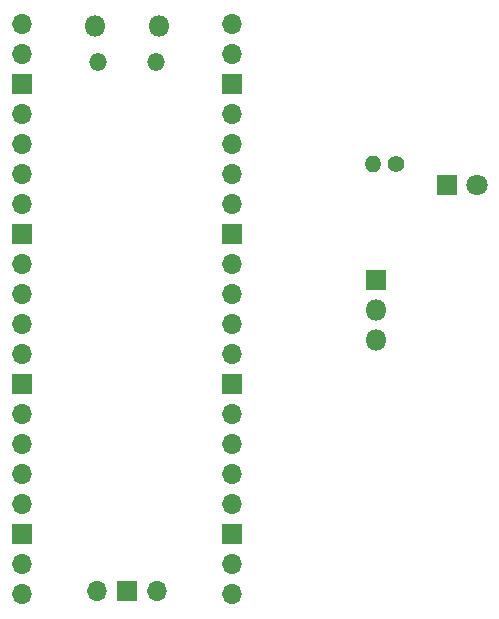
<source format=gbr>
%TF.GenerationSoftware,KiCad,Pcbnew,8.0.0*%
%TF.CreationDate,2024-03-31T13:14:54-03:00*%
%TF.ProjectId,ponderadaPcb,706f6e64-6572-4616-9461-5063622e6b69,rev?*%
%TF.SameCoordinates,Original*%
%TF.FileFunction,Soldermask,Bot*%
%TF.FilePolarity,Negative*%
%FSLAX46Y46*%
G04 Gerber Fmt 4.6, Leading zero omitted, Abs format (unit mm)*
G04 Created by KiCad (PCBNEW 8.0.0) date 2024-03-31 13:14:54*
%MOMM*%
%LPD*%
G01*
G04 APERTURE LIST*
%ADD10O,1.800000X1.800000*%
%ADD11O,1.500000X1.500000*%
%ADD12O,1.700000X1.700000*%
%ADD13R,1.700000X1.700000*%
%ADD14R,1.800000X1.800000*%
%ADD15C,1.800000*%
%ADD16C,1.400000*%
%ADD17O,1.400000X1.400000*%
G04 APERTURE END LIST*
D10*
%TO.C,U1*%
X142420000Y-70785000D03*
D11*
X142720000Y-73815000D03*
X147570000Y-73815000D03*
D10*
X147870000Y-70785000D03*
D12*
X136255000Y-70655000D03*
X136255000Y-73195000D03*
D13*
X136255000Y-75735000D03*
D12*
X136255000Y-78275000D03*
X136255000Y-80815000D03*
X136255000Y-83355000D03*
X136255000Y-85895000D03*
D13*
X136255000Y-88435000D03*
D12*
X136255000Y-90975000D03*
X136255000Y-93515000D03*
X136255000Y-96055000D03*
X136255000Y-98595000D03*
D13*
X136255000Y-101135000D03*
D12*
X136255000Y-103675000D03*
X136255000Y-106215000D03*
X136255000Y-108755000D03*
X136255000Y-111295000D03*
D13*
X136255000Y-113835000D03*
D12*
X136255000Y-116375000D03*
X136255000Y-118915000D03*
X154035000Y-118915000D03*
X154035000Y-116375000D03*
D13*
X154035000Y-113835000D03*
D12*
X154035000Y-111295000D03*
X154035000Y-108755000D03*
X154035000Y-106215000D03*
X154035000Y-103675000D03*
D13*
X154035000Y-101135000D03*
D12*
X154035000Y-98595000D03*
X154035000Y-96055000D03*
X154035000Y-93515000D03*
X154035000Y-90975000D03*
D13*
X154035000Y-88435000D03*
D12*
X154035000Y-85895000D03*
X154035000Y-83355000D03*
X154035000Y-80815000D03*
X154035000Y-78275000D03*
D13*
X154035000Y-75735000D03*
D12*
X154035000Y-73195000D03*
X154035000Y-70655000D03*
X142605000Y-118685000D03*
D13*
X145145000Y-118685000D03*
D12*
X147685000Y-118685000D03*
%TD*%
D14*
%TO.C,D1*%
X172250000Y-84275000D03*
D15*
X174790000Y-84275000D03*
%TD*%
D16*
%TO.C,R1*%
X167905000Y-82500000D03*
D17*
X166005000Y-82500000D03*
%TD*%
D14*
%TO.C,Q1*%
X166250000Y-92275000D03*
D10*
X166250000Y-94815000D03*
X166250000Y-97355000D03*
%TD*%
M02*

</source>
